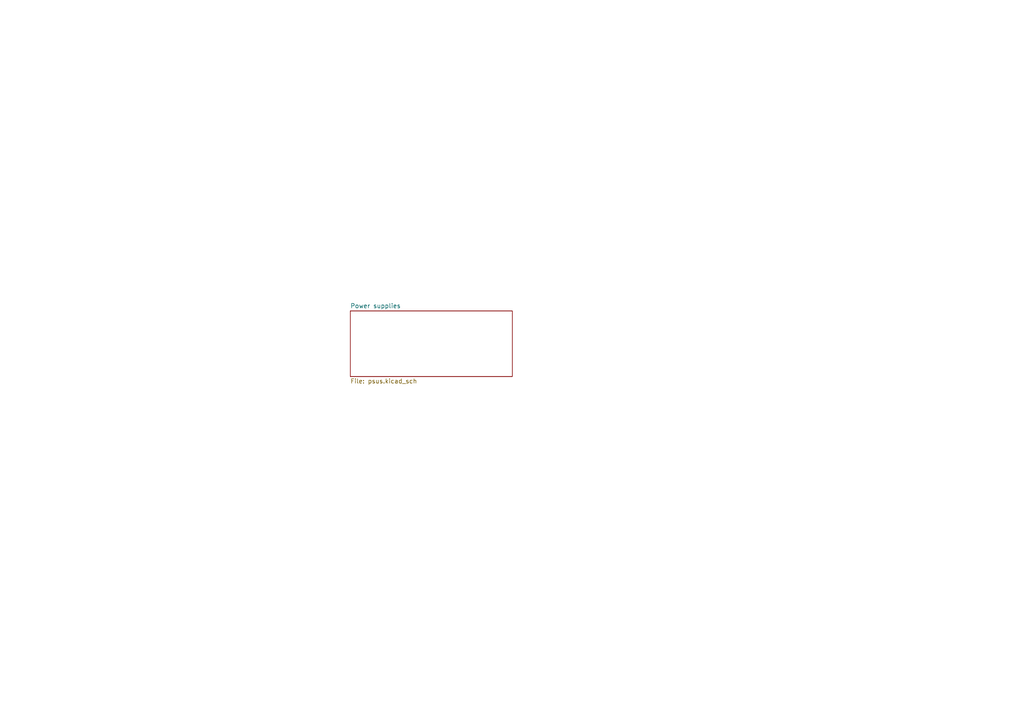
<source format=kicad_sch>
(kicad_sch
	(version 20231120)
	(generator "eeschema")
	(generator_version "8.0")
	(uuid "387bdc5c-4e04-4cf7-964b-842ad364363d")
	(paper "A4")
	(lib_symbols)
	(sheet
		(at 101.6 90.17)
		(size 46.99 19.05)
		(fields_autoplaced yes)
		(stroke
			(width 0.1524)
			(type solid)
		)
		(fill
			(color 0 0 0 0.0000)
		)
		(uuid "c4924016-beb2-46ff-acbd-2d77f9910938")
		(property "Sheetname" "Power supplies"
			(at 101.6 89.4584 0)
			(effects
				(font
					(size 1.27 1.27)
				)
				(justify left bottom)
			)
		)
		(property "Sheetfile" "psus.kicad_sch"
			(at 101.6 109.8046 0)
			(effects
				(font
					(size 1.27 1.27)
				)
				(justify left top)
			)
		)
		(instances
			(project "cnc_wiring"
				(path "/387bdc5c-4e04-4cf7-964b-842ad364363d"
					(page "2")
				)
			)
		)
	)
	(sheet_instances
		(path "/"
			(page "1")
		)
	)
)

</source>
